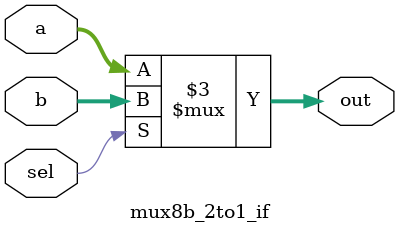
<source format=v>
`timescale 1ns / 1ps

module mux8b_2to1_if(a, b, sel, out);
    input [7:0] a, b;
    input sel;
    output [7:0] out;
    reg [7:0] out;
    
    always@(a, b, sel) begin
        if(sel) out= b;
        else out = a;
    end
endmodule
</source>
